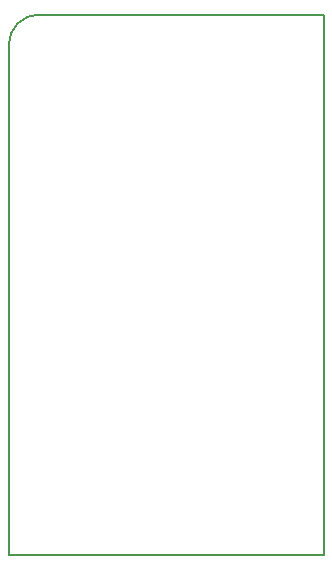
<source format=gbr>
G04 #@! TF.GenerationSoftware,KiCad,Pcbnew,5.1.10-1.fc33*
G04 #@! TF.CreationDate,2021-05-23T00:59:55+02:00*
G04 #@! TF.ProjectId,Omega_DC-DC_adaptor_1.5,4f6d6567-615f-4444-932d-44435f616461,rev?*
G04 #@! TF.SameCoordinates,Original*
G04 #@! TF.FileFunction,Profile,NP*
%FSLAX46Y46*%
G04 Gerber Fmt 4.6, Leading zero omitted, Abs format (unit mm)*
G04 Created by KiCad (PCBNEW 5.1.10-1.fc33) date 2021-05-23 00:59:55*
%MOMM*%
%LPD*%
G01*
G04 APERTURE LIST*
G04 #@! TA.AperFunction,Profile*
%ADD10C,0.150000*%
G04 #@! TD*
G04 APERTURE END LIST*
D10*
X194945000Y-120015000D02*
X219075000Y-120015000D01*
X192405000Y-165735000D02*
X192405000Y-122555000D01*
X219075000Y-165735000D02*
X192405000Y-165735000D01*
X219075000Y-120015000D02*
X219075000Y-165735000D01*
X194945000Y-120015000D02*
G75*
G03*
X192405000Y-122555000I0J-2540000D01*
G01*
M02*

</source>
